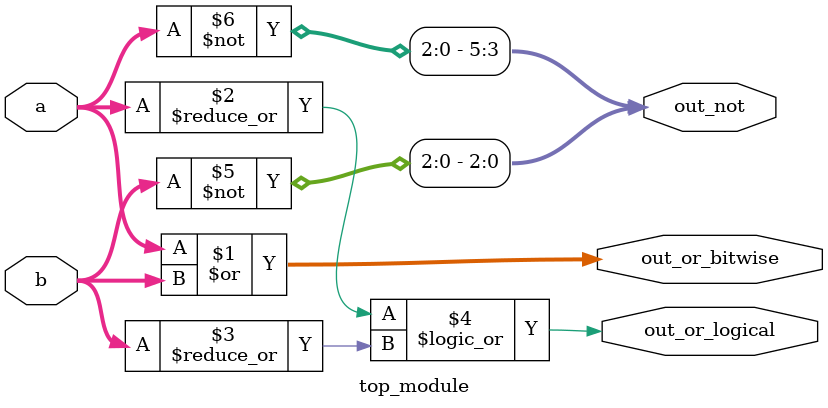
<source format=sv>
module top_module(
    input [2:0] a, 
    input [2:0] b, 
    output [2:0] out_or_bitwise,
    output out_or_logical,
    output [5:0] out_not
);
    
    // Perform bitwise OR operation
    assign out_or_bitwise = a | b;
    
    // Perform logical OR operation
    assign out_or_logical = |a || |b;
    
    // Perform bitwise NOT operation and concatenate results
    assign out_not = {~a, ~b};

endmodule

</source>
